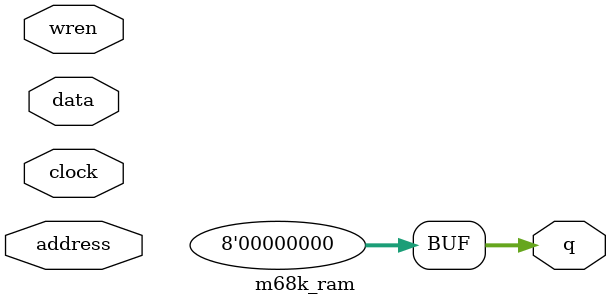
<source format=v>
module m68k_ram(	// file.cleaned.mlir:2:3
  input  [14:0] address,	// file.cleaned.mlir:2:26
  input         clock,	// file.cleaned.mlir:2:45
  input  [7:0]  data,	// file.cleaned.mlir:2:61
  input         wren,	// file.cleaned.mlir:2:76
  output [7:0]  q	// file.cleaned.mlir:2:92
);

  assign q = 8'h0;	// file.cleaned.mlir:3:14, :4:5
endmodule


</source>
